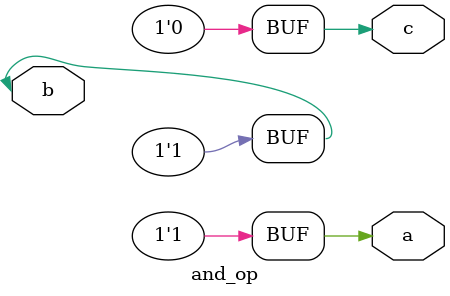
<source format=sv>
module and_op (a,b,c);
	output a;
	output c;
	input b;

	assign a = 1'b1;
	assign b = a;

	assign c = ~ a;

endmodule // and_op



</source>
